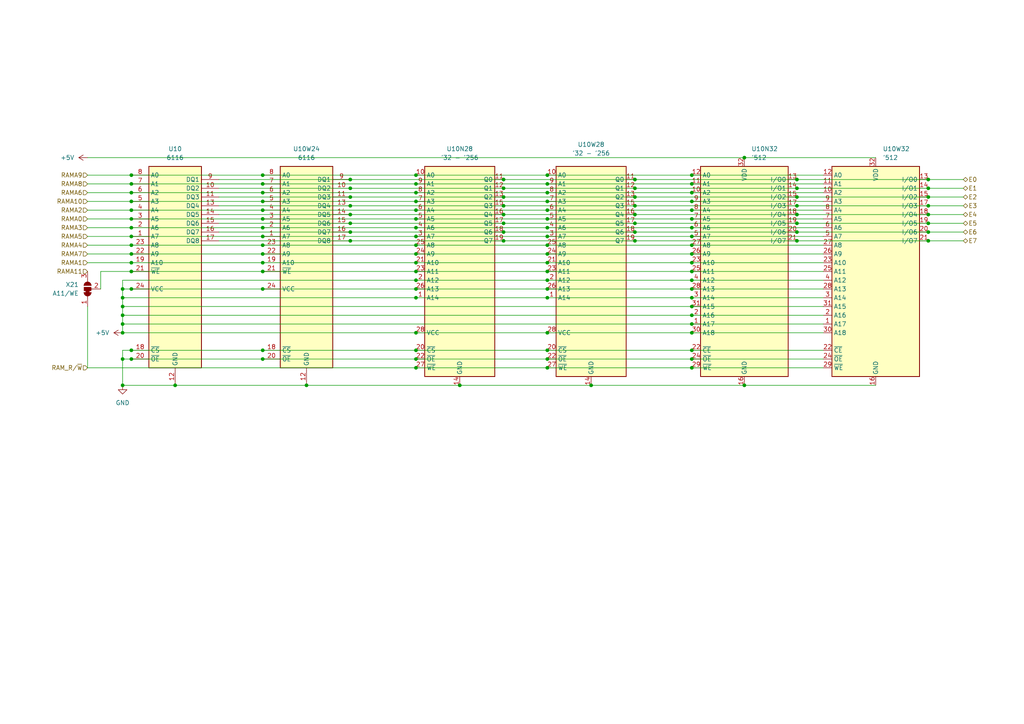
<source format=kicad_sch>
(kicad_sch (version 20211123) (generator eeschema)
  (paper "A4")
  (title_block (rev "0"))
  (lib_symbols
    (symbol "6116_1"
      (property "Reference" "U10W24" (at 0 35.56 0))
      (property "Value" "6116_1" (at 0 33.02 0))
      (symbol "6116_1_0_1"
        (rectangle (start -7.62 30.48) (end 7.62 -27.94) (stroke (width 0.254)) (fill (type background)))
      )
      (symbol "6116_1_1_1"
        (pin input line (at -12.7 10.16 0) (length 5.08) (name "A7") (number "1"))
        (pin bidirectional line (at 12.7 24.13 180) (length 5.08) (name "DQ2") (number "10"))
        (pin bidirectional line (at 12.7 21.59 180) (length 5.08) (name "DQ3") (number "11"))
        (pin power_in line (at 0 -33.02 90) (length 5.08) (name "GND") (number "12"))
        (pin bidirectional line (at 12.7 19.05 180) (length 5.08) (name "DQ4") (number "13"))
        (pin bidirectional line (at 12.7 16.51 180) (length 5.08) (name "DQ5") (number "14"))
        (pin bidirectional line (at 12.7 13.97 180) (length 5.08) (name "DQ6") (number "15"))
        (pin bidirectional line (at 12.7 11.43 180) (length 5.08) (name "DQ7") (number "16"))
        (pin bidirectional line (at 12.7 8.89 180) (length 5.08) (name "DQ8") (number "17"))
        (pin input line (at -12.7 -22.86 0) (length 5.08) (name "~{CS}") (number "18"))
        (pin input line (at -12.7 2.54 0) (length 5.08) (name "A10") (number "19"))
        (pin input line (at -12.7 12.7 0) (length 5.08) (name "A6") (number "2"))
        (pin input line (at -12.7 -25.4 0) (length 5.08) (name "~{OE}") (number "20"))
        (pin input line (at -12.7 0 0) (length 5.08) (name "~{WE}") (number "21"))
        (pin input line (at -12.7 5.08 0) (length 5.08) (name "A9") (number "22"))
        (pin input line (at -12.7 7.62 0) (length 5.08) (name "A8") (number "23"))
        (pin power_in line (at -12.7 -5.08 0) (length 5.08) (name "VCC") (number "24"))
        (pin input line (at -12.7 15.24 0) (length 5.08) (name "A5") (number "3"))
        (pin input line (at -12.7 17.78 0) (length 5.08) (name "A4") (number "4"))
        (pin input line (at -12.7 20.32 0) (length 5.08) (name "A3") (number "5"))
        (pin input line (at -12.7 22.86 0) (length 5.08) (name "A2") (number "6"))
        (pin input line (at -12.7 25.4 0) (length 5.08) (name "A1") (number "7"))
        (pin input line (at -12.7 27.94 0) (length 5.08) (name "A0") (number "8"))
        (pin bidirectional line (at 12.7 26.67 180) (length 5.08) (name "DQ1") (number "9"))
      )
    )
    (symbol "IS61C5128AS-25TLI_1"
      (property "Reference" "U10W32" (at 2.0194 35.56 0))
      (property "Value" "'512" (at 2.0194 33.02 0))
      (symbol "IS61C5128AS-25TLI_1_0_1"
        (rectangle (start -12.7 30.48) (end 12.7 -30.48) (stroke (width 0.254)) (fill (type background)))
      )
      (symbol "IS61C5128AS-25TLI_1_1_1"
        (pin input line (at -15.24 -15.24 0) (length 2.54) (name "A17") (number "1"))
        (pin input line (at -15.24 22.86 0) (length 2.54) (name "A2") (number "10"))
        (pin input line (at -15.24 25.4 0) (length 2.54) (name "A1") (number "11"))
        (pin input line (at -15.24 27.94 0) (length 2.54) (name "A0") (number "12"))
        (pin bidirectional line (at 15.24 26.67 180) (length 2.54) (name "I/O0") (number "13"))
        (pin bidirectional line (at 15.24 24.13 180) (length 2.54) (name "I/O1") (number "14"))
        (pin bidirectional line (at 15.24 21.59 180) (length 2.54) (name "I/O2") (number "15"))
        (pin power_in line (at 0 -33.02 90) (length 2.54) (name "GND") (number "16"))
        (pin bidirectional line (at 15.24 19.05 180) (length 2.54) (name "I/O3") (number "17"))
        (pin bidirectional line (at 15.24 16.51 180) (length 2.54) (name "I/O4") (number "18"))
        (pin bidirectional line (at 15.24 13.97 180) (length 2.54) (name "I/O5") (number "19"))
        (pin input line (at -15.24 -12.7 0) (length 2.54) (name "A16") (number "2"))
        (pin bidirectional line (at 15.24 11.43 180) (length 2.54) (name "I/O6") (number "20"))
        (pin bidirectional line (at 15.24 8.89 180) (length 2.54) (name "I/O7") (number "21"))
        (pin input line (at -15.24 -22.86 0) (length 2.54) (name "~{CE}") (number "22"))
        (pin input line (at -15.24 2.54 0) (length 2.54) (name "A10") (number "23"))
        (pin input line (at -15.24 -25.4 0) (length 2.54) (name "~{OE}") (number "24"))
        (pin input line (at -15.24 0 0) (length 2.54) (name "A11") (number "25"))
        (pin input line (at -15.24 5.08 0) (length 2.54) (name "A9") (number "26"))
        (pin input line (at -15.24 7.62 0) (length 2.54) (name "A8") (number "27"))
        (pin input line (at -15.24 -5.08 0) (length 2.54) (name "A13") (number "28"))
        (pin input line (at -15.24 -27.94 0) (length 2.54) (name "~{WE}") (number "29"))
        (pin input line (at -15.24 -7.62 0) (length 2.54) (name "A14") (number "3"))
        (pin input line (at -15.24 -17.78 0) (length 2.54) (name "A18") (number "30"))
        (pin input line (at -15.24 -10.16 0) (length 2.54) (name "A15") (number "31"))
        (pin power_in line (at 0 33.02 270) (length 2.54) (name "VDD") (number "32"))
        (pin input line (at -15.24 -2.54 0) (length 2.54) (name "A12") (number "4"))
        (pin input line (at -15.24 10.16 0) (length 2.54) (name "A7") (number "5"))
        (pin input line (at -15.24 12.7 0) (length 2.54) (name "A6") (number "6"))
        (pin input line (at -15.24 15.24 0) (length 2.54) (name "A5") (number "7"))
        (pin input line (at -15.24 17.78 0) (length 2.54) (name "A4") (number "8"))
        (pin input line (at -15.24 20.32 0) (length 2.54) (name "A3") (number "9"))
      )
    )
    (symbol "Jumper:SolderJumper_3_Bridged12" (pin_names (offset 0) hide)
      (property "Reference" "JP" (at -2.54 -2.54 0))
      (property "Value" "SolderJumper_3_Bridged12" (at 0 2.794 0))
      (symbol "SolderJumper_3_Bridged12_0_1"
        (rectangle (start -1.016 0.508) (end -0.508 -0.508) (fill (type outline)))
        (arc (start -1.016 1.016) (mid -2.032 0) (end -1.016 -1.016))
        (arc (start -1.016 1.016) (mid -2.032 0) (end -1.016 -1.016) (fill (type outline)))
        (rectangle (start -0.508 1.016) (end 0.508 -1.016) (fill (type outline)))
        (polyline (pts (xy -2.54 0) (xy -2.032 0)))
        (polyline (pts (xy -1.016 1.016) (xy -1.016 -1.016)))
        (polyline (pts (xy 0 -1.27) (xy 0 -1.016)))
        (polyline (pts (xy 1.016 1.016) (xy 1.016 -1.016)))
        (polyline (pts (xy 2.54 0) (xy 2.032 0)))
        (arc (start 1.016 -1.016) (mid 2.032 0) (end 1.016 1.016))
        (arc (start 1.016 -1.016) (mid 2.032 0) (end 1.016 1.016) (fill (type outline)))
      )
      (symbol "SolderJumper_3_Bridged12_1_1"
        (pin passive line (at -5.08 0 0) (length 2.54) (name "A") (number "1"))
        (pin passive line (at 0 -3.81 90) (length 2.54) (name "C") (number "2"))
        (pin passive line (at 5.08 0 180) (length 2.54) (name "B") (number "3"))
      )
    )
    (symbol "KM62256CLP_1"
      (property "Reference" "U10W28" (at 2.0194 35.56 0))
      (property "Value" "KM62256CLP_1" (at 2.0194 33.02 0))
      (symbol "KM62256CLP_1_0_0"
        (pin power_in line (at 0 -33.02 90) (length 2.54) (name "GND") (number "14"))
        (pin power_in line (at -12.7 -17.78 0) (length 2.54) (name "VCC") (number "28"))
      )
      (symbol "KM62256CLP_1_0_1"
        (rectangle (start -10.16 30.48) (end 10.16 -30.48) (stroke (width 0.254)) (fill (type background)))
      )
      (symbol "KM62256CLP_1_1_1"
        (pin input line (at -12.7 -7.62 0) (length 2.54) (name "A14") (number "1"))
        (pin input line (at -12.7 27.94 0) (length 2.54) (name "A0") (number "10"))
        (pin tri_state line (at 12.7 26.67 180) (length 2.54) (name "Q0") (number "11"))
        (pin tri_state line (at 12.7 24.13 180) (length 2.54) (name "Q1") (number "12"))
        (pin tri_state line (at 12.7 21.59 180) (length 2.54) (name "Q2") (number "13"))
        (pin tri_state line (at 12.7 19.05 180) (length 2.54) (name "Q3") (number "15"))
        (pin tri_state line (at 12.7 16.51 180) (length 2.54) (name "Q4") (number "16"))
        (pin tri_state line (at 12.7 13.97 180) (length 2.54) (name "Q5") (number "17"))
        (pin tri_state line (at 12.7 11.43 180) (length 2.54) (name "Q6") (number "18"))
        (pin tri_state line (at 12.7 8.89 180) (length 2.54) (name "Q7") (number "19"))
        (pin input line (at -12.7 -2.54 0) (length 2.54) (name "A12") (number "2"))
        (pin input line (at -12.7 -22.86 0) (length 2.54) (name "~{CS}") (number "20"))
        (pin input line (at -12.7 2.54 0) (length 2.54) (name "A10") (number "21"))
        (pin input line (at -12.7 -25.4 0) (length 2.54) (name "~{OE}") (number "22"))
        (pin input line (at -12.7 0 0) (length 2.54) (name "A11") (number "23"))
        (pin input line (at -12.7 5.08 0) (length 2.54) (name "A9") (number "24"))
        (pin input line (at -12.7 7.62 0) (length 2.54) (name "A8") (number "25"))
        (pin input line (at -12.7 -5.08 0) (length 2.54) (name "A13") (number "26"))
        (pin input line (at -12.7 -27.94 0) (length 2.54) (name "~{WE}") (number "27"))
        (pin input line (at -12.7 10.16 0) (length 2.54) (name "A7") (number "3"))
        (pin input line (at -12.7 12.7 0) (length 2.54) (name "A6") (number "4"))
        (pin input line (at -12.7 15.24 0) (length 2.54) (name "A5") (number "5"))
        (pin input line (at -12.7 17.78 0) (length 2.54) (name "A4") (number "6"))
        (pin input line (at -12.7 20.32 0) (length 2.54) (name "A3") (number "7"))
        (pin input line (at -12.7 22.86 0) (length 2.54) (name "A2") (number "8"))
        (pin input line (at -12.7 25.4 0) (length 2.54) (name "A1") (number "9"))
      )
    )
    (symbol "power:+5V" (power) (pin_names (offset 0))
      (property "Value" "+5V" (at 0 3.556 0))
      (symbol "+5V_0_1"
        (polyline (pts (xy -0.762 1.27) (xy 0 2.54)))
        (polyline (pts (xy 0 0) (xy 0 2.54)))
        (polyline (pts (xy 0 2.54) (xy 0.762 1.27)))
      )
      (symbol "+5V_1_1"
        (pin power_in line (at 0 0 90) (length 0) hide (name "+5V") (number "1"))
      )
    )
    (symbol "power:GND" (power) (pin_names (offset 0))
      (property "Value" "GND" (at 0 -3.81 0))
      (symbol "GND_0_1"
        (polyline (pts (xy 0 0) (xy 0 -1.27) (xy 1.27 -1.27) (xy 0 -2.54) (xy -1.27 -1.27) (xy 0 -1.27)))
      )
      (symbol "GND_1_1"
        (pin power_in line (at 0 0 270) (length 0) hide (name "GND") (number "1"))
      )
    )
  )
  (junction (at 120.65 60.96))
  (junction (at 231.14 64.77))
  (junction (at 200.66 83.82))
  (junction (at 101.6 69.85))
  (junction (at 120.65 76.2))
  (junction (at 120.65 50.8))
  (junction (at 76.2 73.66))
  (junction (at 200.66 68.58))
  (junction (at 269.24 64.77))
  (junction (at 120.65 96.52))
  (junction (at 101.6 57.15))
  (junction (at 38.1 68.58))
  (junction (at 76.2 60.96))
  (junction (at 101.6 54.61))
  (junction (at 120.65 71.12))
  (junction (at 133.35 111.76))
  (junction (at 38.1 101.6))
  (junction (at 158.75 58.42))
  (junction (at 158.75 73.66))
  (junction (at 38.1 55.88))
  (junction (at 184.15 69.85))
  (junction (at 101.6 59.69))
  (junction (at 120.65 101.6))
  (junction (at 76.2 66.04))
  (junction (at 76.2 104.14))
  (junction (at 120.65 106.68))
  (junction (at 184.15 52.07))
  (junction (at 158.75 53.34))
  (junction (at 120.65 78.74))
  (junction (at 200.66 101.6))
  (junction (at 120.65 83.82))
  (junction (at 231.14 59.69))
  (junction (at 101.6 67.31))
  (junction (at 35.56 88.9))
  (junction (at 35.56 91.44))
  (junction (at 38.1 66.04))
  (junction (at 158.75 86.36))
  (junction (at 215.9 45.72))
  (junction (at 231.14 67.31))
  (junction (at 146.05 69.85))
  (junction (at 38.1 60.96))
  (junction (at 35.56 93.98))
  (junction (at 38.1 76.2))
  (junction (at 200.66 71.12))
  (junction (at 76.2 101.6))
  (junction (at 38.1 71.12))
  (junction (at 200.66 66.04))
  (junction (at 269.24 52.07))
  (junction (at 158.75 96.52))
  (junction (at 76.2 78.74))
  (junction (at 76.2 53.34))
  (junction (at 184.15 54.61))
  (junction (at 184.15 64.77))
  (junction (at 101.6 62.23))
  (junction (at 200.66 55.88))
  (junction (at 35.56 83.82))
  (junction (at 158.75 60.96))
  (junction (at 38.1 83.82))
  (junction (at 76.2 71.12))
  (junction (at 200.66 91.44))
  (junction (at 120.65 55.88))
  (junction (at 184.15 67.31))
  (junction (at 200.66 78.74))
  (junction (at 146.05 54.61))
  (junction (at 146.05 52.07))
  (junction (at 120.65 104.14))
  (junction (at 76.2 63.5))
  (junction (at 38.1 78.74))
  (junction (at 120.65 86.36))
  (junction (at 158.75 101.6))
  (junction (at 35.56 111.76))
  (junction (at 200.66 93.98))
  (junction (at 146.05 62.23))
  (junction (at 158.75 104.14))
  (junction (at 158.75 83.82))
  (junction (at 38.1 53.34))
  (junction (at 171.45 111.76))
  (junction (at 200.66 104.14))
  (junction (at 38.1 50.8))
  (junction (at 101.6 64.77))
  (junction (at 231.14 54.61))
  (junction (at 200.66 88.9))
  (junction (at 158.75 68.58))
  (junction (at 231.14 62.23))
  (junction (at 184.15 59.69))
  (junction (at 76.2 50.8))
  (junction (at 200.66 60.96))
  (junction (at 50.8 111.76))
  (junction (at 88.9 111.76))
  (junction (at 158.75 55.88))
  (junction (at 269.24 62.23))
  (junction (at 146.05 67.31))
  (junction (at 35.56 104.14))
  (junction (at 215.9 111.76))
  (junction (at 120.65 58.42))
  (junction (at 76.2 55.88))
  (junction (at 38.1 73.66))
  (junction (at 76.2 68.58))
  (junction (at 269.24 57.15))
  (junction (at 120.65 68.58))
  (junction (at 76.2 76.2))
  (junction (at 231.14 52.07))
  (junction (at 76.2 58.42))
  (junction (at 158.75 63.5))
  (junction (at 120.65 53.34))
  (junction (at 35.56 86.36))
  (junction (at 146.05 57.15))
  (junction (at 38.1 58.42))
  (junction (at 158.75 76.2))
  (junction (at 120.65 66.04))
  (junction (at 200.66 81.28))
  (junction (at 269.24 59.69))
  (junction (at 231.14 57.15))
  (junction (at 200.66 53.34))
  (junction (at 200.66 63.5))
  (junction (at 38.1 63.5))
  (junction (at 158.75 71.12))
  (junction (at 76.2 83.82))
  (junction (at 200.66 86.36))
  (junction (at 200.66 50.8))
  (junction (at 269.24 69.85))
  (junction (at 146.05 59.69))
  (junction (at 200.66 106.68))
  (junction (at 200.66 76.2))
  (junction (at 120.65 81.28))
  (junction (at 158.75 106.68))
  (junction (at 38.1 104.14))
  (junction (at 269.24 54.61))
  (junction (at 269.24 67.31))
  (junction (at 184.15 62.23))
  (junction (at 120.65 63.5))
  (junction (at 146.05 64.77))
  (junction (at 35.56 96.52))
  (junction (at 158.75 78.74))
  (junction (at 200.66 96.52))
  (junction (at 158.75 50.8))
  (junction (at 120.65 73.66))
  (junction (at 200.66 73.66))
  (junction (at 231.14 69.85))
  (junction (at 158.75 81.28))
  (junction (at 101.6 52.07))
  (junction (at 184.15 57.15))
  (junction (at 158.75 66.04))
  (junction (at 200.66 58.42))
  (wire (pts (xy 38.1 58.42) (xy 76.2 58.42)))
  (wire (pts (xy 38.1 50.8) (xy 76.2 50.8)))
  (wire (pts (xy 76.2 68.58) (xy 120.65 68.58)))
  (wire (pts (xy 120.65 106.68) (xy 158.75 106.68)))
  (wire (pts (xy 101.6 57.15) (xy 146.05 57.15)))
  (wire (pts (xy 200.66 60.96) (xy 238.76 60.96)))
  (wire (pts (xy 158.75 86.36) (xy 200.66 86.36)))
  (wire (pts (xy 200.66 71.12) (xy 238.76 71.12)))
  (wire (pts (xy 35.56 101.6) (xy 35.56 104.14)))
  (wire (pts (xy 25.4 53.34) (xy 38.1 53.34)))
  (wire (pts (xy 63.5 64.77) (xy 101.6 64.77)))
  (wire (pts (xy 200.66 68.58) (xy 238.76 68.58)))
  (wire (pts (xy 38.1 76.2) (xy 76.2 76.2)))
  (wire (pts (xy 76.2 66.04) (xy 120.65 66.04)))
  (wire (pts (xy 158.75 106.68) (xy 200.66 106.68)))
  (wire (pts (xy 120.65 96.52) (xy 35.56 96.52)))
  (wire (pts (xy 215.9 45.72) (xy 254 45.72)))
  (wire (pts (xy 279.4 57.15) (xy 269.24 57.15)))
  (wire (pts (xy 38.1 60.96) (xy 76.2 60.96)))
  (wire (pts (xy 158.75 78.74) (xy 200.66 78.74)))
  (wire (pts (xy 25.4 71.12) (xy 38.1 71.12)))
  (wire (pts (xy 146.05 52.07) (xy 184.15 52.07)))
  (wire (pts (xy 76.2 58.42) (xy 120.65 58.42)))
  (wire (pts (xy 254 111.76) (xy 215.9 111.76)))
  (wire (pts (xy 76.2 104.14) (xy 120.65 104.14)))
  (wire (pts (xy 279.4 69.85) (xy 269.24 69.85)))
  (wire (pts (xy 76.2 78.74) (xy 120.65 78.74)))
  (wire (pts (xy 120.65 76.2) (xy 158.75 76.2)))
  (wire (pts (xy 76.2 71.12) (xy 120.65 71.12)))
  (wire (pts (xy 120.65 73.66) (xy 158.75 73.66)))
  (wire (pts (xy 279.4 62.23) (xy 269.24 62.23)))
  (wire (pts (xy 120.65 66.04) (xy 158.75 66.04)))
  (wire (pts (xy 158.75 53.34) (xy 200.66 53.34)))
  (wire (pts (xy 146.05 57.15) (xy 184.15 57.15)))
  (wire (pts (xy 25.4 55.88) (xy 38.1 55.88)))
  (wire (pts (xy 35.56 88.9) (xy 35.56 86.36)))
  (wire (pts (xy 200.66 58.42) (xy 238.76 58.42)))
  (wire (pts (xy 120.65 50.8) (xy 158.75 50.8)))
  (wire (pts (xy 158.75 96.52) (xy 200.66 96.52)))
  (wire (pts (xy 158.75 83.82) (xy 200.66 83.82)))
  (wire (pts (xy 158.75 63.5) (xy 200.66 63.5)))
  (wire (pts (xy 184.15 54.61) (xy 231.14 54.61)))
  (wire (pts (xy 35.56 91.44) (xy 35.56 88.9)))
  (wire (pts (xy 158.75 76.2) (xy 200.66 76.2)))
  (wire (pts (xy 76.2 83.82) (xy 38.1 83.82)))
  (wire (pts (xy 158.75 58.42) (xy 200.66 58.42)))
  (wire (pts (xy 38.1 101.6) (xy 76.2 101.6)))
  (wire (pts (xy 231.14 67.31) (xy 269.24 67.31)))
  (wire (pts (xy 200.66 91.44) (xy 35.56 91.44)))
  (wire (pts (xy 158.75 104.14) (xy 200.66 104.14)))
  (wire (pts (xy 120.65 58.42) (xy 158.75 58.42)))
  (wire (pts (xy 76.2 76.2) (xy 120.65 76.2)))
  (wire (pts (xy 38.1 55.88) (xy 76.2 55.88)))
  (wire (pts (xy 184.15 62.23) (xy 231.14 62.23)))
  (wire (pts (xy 25.4 60.96) (xy 38.1 60.96)))
  (wire (pts (xy 231.14 52.07) (xy 269.24 52.07)))
  (wire (pts (xy 38.1 71.12) (xy 76.2 71.12)))
  (wire (pts (xy 171.45 111.76) (xy 215.9 111.76)))
  (wire (pts (xy 158.75 73.66) (xy 200.66 73.66)))
  (wire (pts (xy 269.24 54.61) (xy 279.4 54.61)))
  (wire (pts (xy 279.4 64.77) (xy 269.24 64.77)))
  (wire (pts (xy 200.66 86.36) (xy 238.76 86.36)))
  (wire (pts (xy 76.2 101.6) (xy 120.65 101.6)))
  (wire (pts (xy 146.05 64.77) (xy 184.15 64.77)))
  (wire (pts (xy 101.6 62.23) (xy 146.05 62.23)))
  (wire (pts (xy 63.5 62.23) (xy 101.6 62.23)))
  (wire (pts (xy 35.56 104.14) (xy 35.56 111.76)))
  (wire (pts (xy 25.4 45.72) (xy 215.9 45.72)))
  (wire (pts (xy 35.56 111.76) (xy 50.8 111.76)))
  (wire (pts (xy 184.15 59.69) (xy 231.14 59.69)))
  (wire (pts (xy 200.66 55.88) (xy 238.76 55.88)))
  (wire (pts (xy 63.5 52.07) (xy 101.6 52.07)))
  (wire (pts (xy 25.4 73.66) (xy 38.1 73.66)))
  (wire (pts (xy 120.65 71.12) (xy 158.75 71.12)))
  (wire (pts (xy 35.56 83.82) (xy 35.56 86.36)))
  (wire (pts (xy 38.1 68.58) (xy 76.2 68.58)))
  (wire (pts (xy 231.14 69.85) (xy 269.24 69.85)))
  (wire (pts (xy 35.56 86.36) (xy 120.65 86.36)))
  (wire (pts (xy 120.65 78.74) (xy 158.75 78.74)))
  (wire (pts (xy 120.65 83.82) (xy 76.2 83.82)))
  (wire (pts (xy 200.66 93.98) (xy 238.76 93.98)))
  (wire (pts (xy 133.35 111.76) (xy 171.45 111.76)))
  (wire (pts (xy 231.14 62.23) (xy 269.24 62.23)))
  (wire (pts (xy 158.75 55.88) (xy 200.66 55.88)))
  (wire (pts (xy 76.2 63.5) (xy 120.65 63.5)))
  (wire (pts (xy 200.66 88.9) (xy 35.56 88.9)))
  (wire (pts (xy 25.4 58.42) (xy 38.1 58.42)))
  (wire (pts (xy 25.4 66.04) (xy 38.1 66.04)))
  (wire (pts (xy 35.56 93.98) (xy 35.56 91.44)))
  (wire (pts (xy 158.75 68.58) (xy 200.66 68.58)))
  (wire (pts (xy 238.76 101.6) (xy 200.66 101.6)))
  (wire (pts (xy 101.6 67.31) (xy 146.05 67.31)))
  (wire (pts (xy 29.21 78.74) (xy 29.21 83.82)))
  (wire (pts (xy 200.66 53.34) (xy 238.76 53.34)))
  (wire (pts (xy 200.66 63.5) (xy 238.76 63.5)))
  (wire (pts (xy 76.2 73.66) (xy 120.65 73.66)))
  (wire (pts (xy 184.15 67.31) (xy 231.14 67.31)))
  (wire (pts (xy 63.5 54.61) (xy 101.6 54.61)))
  (wire (pts (xy 146.05 62.23) (xy 184.15 62.23)))
  (wire (pts (xy 120.65 104.14) (xy 158.75 104.14)))
  (wire (pts (xy 120.65 101.6) (xy 158.75 101.6)))
  (wire (pts (xy 25.4 68.58) (xy 38.1 68.58)))
  (wire (pts (xy 76.2 53.34) (xy 120.65 53.34)))
  (wire (pts (xy 120.65 81.28) (xy 35.56 81.28)))
  (wire (pts (xy 200.66 96.52) (xy 238.76 96.52)))
  (wire (pts (xy 63.5 69.85) (xy 101.6 69.85)))
  (wire (pts (xy 63.5 67.31) (xy 101.6 67.31)))
  (wire (pts (xy 184.15 69.85) (xy 231.14 69.85)))
  (wire (pts (xy 200.66 91.44) (xy 238.76 91.44)))
  (wire (pts (xy 200.66 88.9) (xy 238.76 88.9)))
  (wire (pts (xy 231.14 57.15) (xy 269.24 57.15)))
  (wire (pts (xy 35.56 96.52) (xy 35.56 93.98)))
  (wire (pts (xy 50.8 111.76) (xy 88.9 111.76)))
  (wire (pts (xy 120.65 55.88) (xy 158.75 55.88)))
  (wire (pts (xy 35.56 81.28) (xy 35.56 83.82)))
  (wire (pts (xy 279.4 59.69) (xy 269.24 59.69)))
  (wire (pts (xy 279.4 67.31) (xy 269.24 67.31)))
  (wire (pts (xy 101.6 52.07) (xy 146.05 52.07)))
  (wire (pts (xy 158.75 66.04) (xy 200.66 66.04)))
  (wire (pts (xy 231.14 64.77) (xy 269.24 64.77)))
  (wire (pts (xy 88.9 111.76) (xy 133.35 111.76)))
  (wire (pts (xy 76.2 50.8) (xy 120.65 50.8)))
  (wire (pts (xy 231.14 59.69) (xy 269.24 59.69)))
  (wire (pts (xy 38.1 104.14) (xy 76.2 104.14)))
  (wire (pts (xy 120.65 81.28) (xy 158.75 81.28)))
  (wire (pts (xy 25.4 76.2) (xy 38.1 76.2)))
  (wire (pts (xy 184.15 64.77) (xy 231.14 64.77)))
  (wire (pts (xy 146.05 69.85) (xy 184.15 69.85)))
  (wire (pts (xy 25.4 50.8) (xy 38.1 50.8)))
  (wire (pts (xy 38.1 83.82) (xy 35.56 83.82)))
  (wire (pts (xy 231.14 54.61) (xy 269.24 54.61)))
  (wire (pts (xy 200.66 93.98) (xy 35.56 93.98)))
  (wire (pts (xy 146.05 67.31) (xy 184.15 67.31)))
  (wire (pts (xy 158.75 101.6) (xy 200.66 101.6)))
  (wire (pts (xy 25.4 106.68) (xy 25.4 88.9)))
  (wire (pts (xy 200.66 83.82) (xy 238.76 83.82)))
  (wire (pts (xy 158.75 50.8) (xy 200.66 50.8)))
  (wire (pts (xy 38.1 73.66) (xy 76.2 73.66)))
  (wire (pts (xy 120.65 96.52) (xy 158.75 96.52)))
  (wire (pts (xy 120.65 86.36) (xy 158.75 86.36)))
  (wire (pts (xy 200.66 78.74) (xy 238.76 78.74)))
  (wire (pts (xy 101.6 69.85) (xy 146.05 69.85)))
  (wire (pts (xy 120.65 60.96) (xy 158.75 60.96)))
  (wire (pts (xy 38.1 66.04) (xy 76.2 66.04)))
  (wire (pts (xy 120.65 83.82) (xy 158.75 83.82)))
  (wire (pts (xy 200.66 81.28) (xy 238.76 81.28)))
  (wire (pts (xy 158.75 81.28) (xy 200.66 81.28)))
  (wire (pts (xy 184.15 52.07) (xy 231.14 52.07)))
  (wire (pts (xy 279.4 52.07) (xy 269.24 52.07)))
  (wire (pts (xy 120.65 53.34) (xy 158.75 53.34)))
  (wire (pts (xy 158.75 71.12) (xy 200.66 71.12)))
  (wire (pts (xy 38.1 78.74) (xy 76.2 78.74)))
  (wire (pts (xy 101.6 54.61) (xy 146.05 54.61)))
  (wire (pts (xy 200.66 76.2) (xy 238.76 76.2)))
  (wire (pts (xy 184.15 57.15) (xy 231.14 57.15)))
  (wire (pts (xy 200.66 66.04) (xy 238.76 66.04)))
  (wire (pts (xy 200.66 106.68) (xy 238.76 106.68)))
  (wire (pts (xy 76.2 55.88) (xy 120.65 55.88)))
  (wire (pts (xy 35.56 101.6) (xy 38.1 101.6)))
  (wire (pts (xy 63.5 57.15) (xy 101.6 57.15)))
  (wire (pts (xy 35.56 104.14) (xy 38.1 104.14)))
  (wire (pts (xy 38.1 63.5) (xy 76.2 63.5)))
  (wire (pts (xy 25.4 106.68) (xy 120.65 106.68)))
  (wire (pts (xy 146.05 54.61) (xy 184.15 54.61)))
  (wire (pts (xy 120.65 68.58) (xy 158.75 68.58)))
  (wire (pts (xy 146.05 59.69) (xy 184.15 59.69)))
  (wire (pts (xy 158.75 60.96) (xy 200.66 60.96)))
  (wire (pts (xy 25.4 63.5) (xy 38.1 63.5)))
  (wire (pts (xy 101.6 59.69) (xy 146.05 59.69)))
  (wire (pts (xy 29.21 78.74) (xy 38.1 78.74)))
  (wire (pts (xy 238.76 104.14) (xy 200.66 104.14)))
  (wire (pts (xy 120.65 63.5) (xy 158.75 63.5)))
  (wire (pts (xy 101.6 64.77) (xy 146.05 64.77)))
  (wire (pts (xy 76.2 60.96) (xy 120.65 60.96)))
  (wire (pts (xy 38.1 53.34) (xy 76.2 53.34)))
  (wire (pts (xy 200.66 73.66) (xy 238.76 73.66)))
  (wire (pts (xy 200.66 50.8) (xy 238.76 50.8)))
  (wire (pts (xy 63.5 59.69) (xy 101.6 59.69)))
  (hierarchical_label "RAMA1" (shape input) (at 25.4 76.2 180))
  (hierarchical_label "RAMA7" (shape input) (at 25.4 73.66 180))
  (hierarchical_label "RAMA4" (shape input) (at 25.4 71.12 180))
  (hierarchical_label "E2" (shape bidirectional) (at 279.4 57.15 0))
  (hierarchical_label "E6" (shape bidirectional) (at 279.4 67.31 0))
  (hierarchical_label "RAMA6" (shape input) (at 25.4 55.88 180))
  (hierarchical_label "RAMA10" (shape input) (at 25.4 58.42 180))
  (hierarchical_label "RAMA2" (shape input) (at 25.4 60.96 180))
  (hierarchical_label "E7" (shape bidirectional) (at 279.4 69.85 0))
  (hierarchical_label "RAMA11" (shape input) (at 25.4 78.74 180))
  (hierarchical_label "RAMA0" (shape input) (at 25.4 63.5 180))
  (hierarchical_label "RAMA5" (shape input) (at 25.4 68.58 180))
  (hierarchical_label "E3" (shape bidirectional) (at 279.4 59.69 0))
  (hierarchical_label "RAMA8" (shape input) (at 25.4 53.34 180))
  (hierarchical_label "RAMA3" (shape input) (at 25.4 66.04 180))
  (hierarchical_label "E5" (shape bidirectional) (at 279.4 64.77 0))
  (hierarchical_label "E4" (shape bidirectional) (at 279.4 62.23 0))
  (hierarchical_label "E0" (shape bidirectional) (at 279.4 52.07 0))
  (hierarchical_label "RAM_R{slash}~{W}" (shape input) (at 25.4 106.68 180))
  (hierarchical_label "E1" (shape bidirectional) (at 279.4 54.61 0))
  (hierarchical_label "RAMA9" (shape input) (at 25.4 50.8 180))
  (symbol (lib_name "KM62256CLP_1") (lib_id "Memory_RAM:KM62256CLP") (at 133.35 78.74 0) (unit 1)
    (property "Reference" "U10N28" (at 133.35 43.18 0))
    (property "Value" "'32 - '256" (at 133.35 45.72 0))
    (property "Footprint" "Package_DIP:DIP-28_W7.62mm" (effects hide))
    (property "Datasheet" "https://www.futurlec.com/Datasheet/Memory/62256.pdf" (effects hide))
  )
  (symbol (lib_name "6116_1") (lib_id "MyRam:6116") (at 50.8 78.74 0) (unit 1)
    (property "Reference" "U10" (at 50.8 43.18 0))
    (property "Value" "6116" (at 50.8 45.72 0))
    (property "Footprint" "MyPackages:DIP-24_W7.62mm" (effects hide))
  )
  (symbol (lib_id "power:+5V") (at 35.56 96.52 90) (unit 1)
    (property "Reference" "#PWR0106" (effects hide))
    (property "Value" "+5V" (at 31.75 96.5199 90) (effects (justify left)))
  )
  (symbol (lib_name "IS61C5128AS-25TLI_1") (lib_id "Memory_RAM:IS61C5128AS-25TLI") (at 254 78.74 0) (unit 1)
    (property "Reference" "U10W32" (at 256.0194 43.18 0) (effects (justify left)))
    (property "Value" "'512" (at 256.0194 45.72 0) (effects (justify left)))
    (property "Footprint" "Package_DIP:DIP-32_W15.24mm" (effects hide))
    (property "Datasheet" "http://www.issi.com/WW/pdf/61-64C5128AL.pdf" (effects hide))
  )
  (symbol (lib_id "Jumper:SolderJumper_3_Bridged12") (at 25.4 83.82 90) (unit 1)
    (property "Reference" "X21" (at 22.86 82.5499 90) (effects (justify left)))
    (property "Value" "A11/WE" (at 22.86 85.0899 90) (effects (justify left)))
    (property "Footprint" "MyPassives:SolderJumper-3_Pie_Bridged12" (effects hide))
  )
  (symbol (lib_name "KM62256CLP_1") (lib_id "Memory_RAM:KM62256CLP") (at 171.45 78.74 0) (unit 1)
    (property "Reference" "U10W28" (at 171.45 41.91 0))
    (property "Value" "'32 - '256" (at 171.45 44.45 0))
    (property "Footprint" "Package_DIP:DIP-28_W15.24mm" (effects hide))
    (property "Datasheet" "https://www.futurlec.com/Datasheet/Memory/62256.pdf" (effects hide))
  )
  (symbol (lib_name "6116_1") (lib_id "MyRam:6116") (at 88.9 78.74 0) (unit 1)
    (property "Reference" "U10W24" (at 88.9 43.18 0))
    (property "Value" "6116" (at 88.9 45.72 0))
    (property "Footprint" "MyPackages:DIP-24_W15.24mm" (effects hide))
  )
  (symbol (lib_id "power:GND") (at 35.56 111.76 0) (unit 1)
    (property "Reference" "#PWR0135" (effects hide))
    (property "Value" "GND" (at 35.56 116.84 0))
  )
  (symbol (lib_name "IS61C5128AS-25TLI_1") (lib_id "Memory_RAM:IS61C5128AS-25TLI") (at 215.9 78.74 0) (unit 1)
    (property "Reference" "U10N32" (at 217.9194 43.18 0) (effects (justify left)))
    (property "Value" "'512" (at 217.9194 45.72 0) (effects (justify left)))
    (property "Footprint" "Package_DIP:DIP-32_W7.62mm" (effects hide))
    (property "Datasheet" "http://www.issi.com/WW/pdf/61-64C5128AL.pdf" (effects hide))
  )
  (symbol (lib_id "power:+5V") (at 25.4 45.72 90) (unit 1)
    (property "Reference" "#PWR0136" (effects hide))
    (property "Value" "+5V" (at 21.59 45.7199 90) (effects (justify left)))
  )
)
</source>
